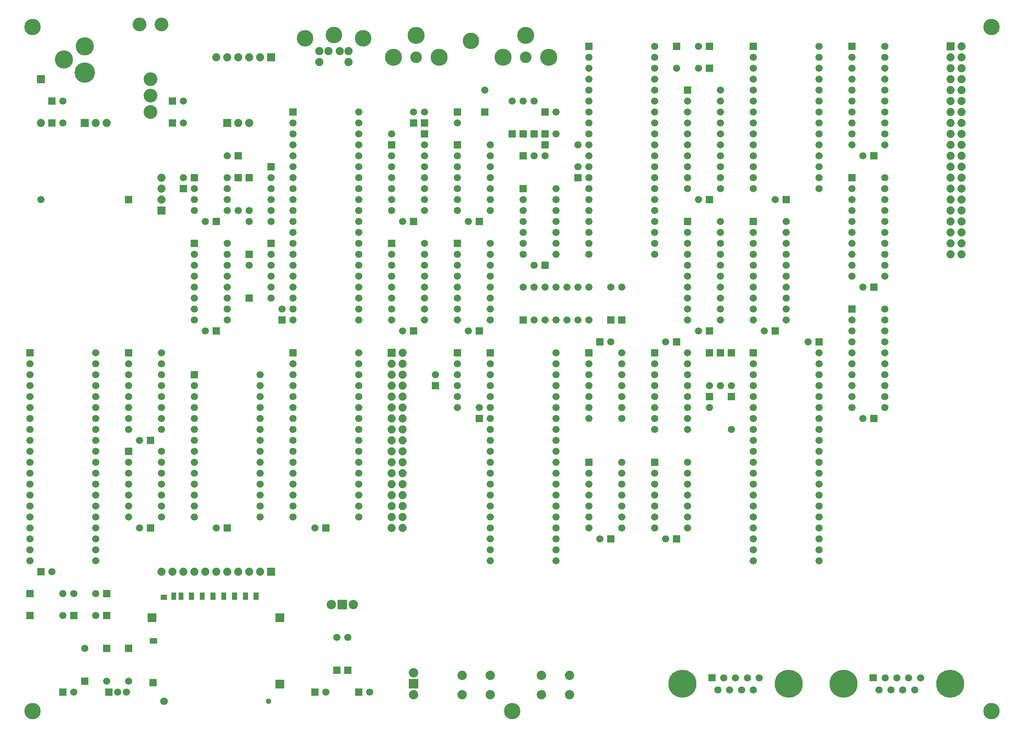
<source format=gbr>
G04 start of page 4 for group -4063 idx -4063 *
G04 Title: Ultim809, componentmask *
G04 Creator: pcb 20091103 *
G04 CreationDate: Tue Apr  5 07:19:05 2011 UTC *
G04 For: matt *
G04 Format: Gerber/RS-274X *
G04 PCB-Dimensions: 900000 650000 *
G04 PCB-Coordinate-Origin: lower left *
%MOIN*%
%FSLAX25Y25*%
%LNFRONTMASK*%
%ADD11C,0.0200*%
%ADD18C,0.1500*%
%ADD36C,0.0709*%
%ADD37C,0.0512*%
%ADD40C,0.0660*%
%ADD41C,0.0740*%
%ADD42C,0.2560*%
%ADD43C,0.1060*%
%ADD44C,0.1560*%
%ADD45C,0.0750*%
%ADD46C,0.1510*%
%ADD47C,0.0860*%
%ADD48C,0.1260*%
%ADD49C,0.1660*%
%ADD50C,0.1860*%
%ADD51R,0.0453X0.0453*%
%ADD52R,0.0473X0.0473*%
G54D11*G36*
X726700Y353300D02*Y346700D01*
X733300D01*
Y353300D01*
X726700D01*
G37*
G54D40*X720000Y350000D03*
X730000Y310000D03*
Y320000D03*
Y330000D03*
Y340000D03*
Y270000D03*
Y280000D03*
Y290000D03*
Y300000D03*
G54D11*G36*
X776700Y283300D02*Y276700D01*
X783300D01*
Y283300D01*
X776700D01*
G37*
G54D40*X770000Y280000D03*
X760000Y300000D03*
Y290000D03*
X790000D03*
Y300000D03*
Y310000D03*
Y320000D03*
Y330000D03*
Y340000D03*
Y350000D03*
X760000D03*
Y340000D03*
Y330000D03*
Y320000D03*
Y310000D03*
X670000Y290000D03*
Y280000D03*
Y270000D03*
Y310000D03*
X630000D03*
X650000D03*
X640000D03*
X670000Y300000D03*
G54D11*G36*
X646700Y303300D02*Y296700D01*
X653300D01*
Y303300D01*
X646700D01*
G37*
G54D40*X610000Y290000D03*
Y300000D03*
Y310000D03*
Y270000D03*
X650000D03*
X610000Y280000D03*
G54D11*G36*
X666700Y343300D02*Y336700D01*
X673300D01*
Y343300D01*
X666700D01*
G37*
G54D40*X670000Y330000D03*
Y320000D03*
X610000D03*
Y330000D03*
Y340000D03*
G54D11*G36*
X626700Y343300D02*Y336700D01*
X633300D01*
Y343300D01*
X626700D01*
G37*
G36*
X636700D02*Y336700D01*
X643300D01*
Y343300D01*
X636700D01*
G37*
G36*
X646700D02*Y336700D01*
X653300D01*
Y343300D01*
X646700D01*
G37*
G54D40*X790000Y420000D03*
Y430000D03*
Y440000D03*
X760000D03*
Y430000D03*
Y420000D03*
Y410000D03*
X790000D03*
G54D11*G36*
X776700Y403300D02*Y396700D01*
X783300D01*
Y403300D01*
X776700D01*
G37*
G54D40*X770000Y400000D03*
X790000Y360000D03*
Y370000D03*
Y380000D03*
G54D11*G36*
X756700Y383300D02*Y376700D01*
X763300D01*
Y383300D01*
X756700D01*
G37*
G54D40*X760000Y370000D03*
Y360000D03*
X790000Y450000D03*
Y460000D03*
Y470000D03*
Y480000D03*
Y490000D03*
X760000D03*
Y480000D03*
G54D41*X850000D03*
G54D40*X760000Y470000D03*
G54D41*X850000D03*
G54D40*X760000Y460000D03*
G54D41*X850000D03*
G54D40*X760000Y450000D03*
G54D41*X850000D03*
Y440000D03*
Y430000D03*
G54D11*G36*
X629000Y46400D02*Y39800D01*
X635600D01*
Y46400D01*
X629000D01*
G37*
G54D40*X637700Y31900D03*
G54D42*X605300Y37500D03*
G54D40*X643100Y43100D03*
X648500Y31900D03*
X653900Y43100D03*
X659300Y31900D03*
X670100D03*
X664700Y43100D03*
X675500D03*
X670000Y170000D03*
Y160000D03*
Y150000D03*
G54D42*X702500Y37500D03*
G54D11*G36*
X776200Y46400D02*Y39800D01*
X782800D01*
Y46400D01*
X776200D01*
G37*
G54D40*X790300Y43100D03*
X784900Y31900D03*
X795700D03*
X801100Y43100D03*
X811900D03*
X822700D03*
X806500Y31900D03*
X817300D03*
G54D42*X849700Y37500D03*
X752500D03*
G54D40*X670000Y210000D03*
Y200000D03*
Y190000D03*
Y180000D03*
Y240000D03*
Y230000D03*
Y220000D03*
X610000Y190000D03*
Y200000D03*
Y210000D03*
Y220000D03*
Y230000D03*
Y240000D03*
Y180000D03*
X730000Y200000D03*
Y210000D03*
Y220000D03*
Y230000D03*
Y240000D03*
Y150000D03*
Y160000D03*
Y170000D03*
Y180000D03*
Y190000D03*
X670000Y260000D03*
Y250000D03*
X730000D03*
Y260000D03*
X610000Y490000D03*
X640000D03*
X670000D03*
X730000D03*
X640000Y430000D03*
Y440000D03*
Y450000D03*
Y460000D03*
G54D11*G36*
X666700Y463300D02*Y456700D01*
X673300D01*
Y463300D01*
X666700D01*
G37*
G54D40*X670000Y450000D03*
Y440000D03*
Y430000D03*
G54D11*G36*
X606700Y463300D02*Y456700D01*
X613300D01*
Y463300D01*
X606700D01*
G37*
G54D40*X610000Y450000D03*
Y440000D03*
Y430000D03*
X640000Y370000D03*
Y380000D03*
Y390000D03*
Y400000D03*
Y410000D03*
Y420000D03*
X610000Y380000D03*
Y370000D03*
Y420000D03*
Y410000D03*
Y400000D03*
Y390000D03*
X700000Y370000D03*
Y380000D03*
Y390000D03*
Y400000D03*
Y410000D03*
Y420000D03*
X670000Y380000D03*
Y370000D03*
Y420000D03*
Y410000D03*
Y400000D03*
Y390000D03*
X700000Y430000D03*
Y440000D03*
Y450000D03*
Y460000D03*
G54D11*G36*
X421700Y563300D02*Y556700D01*
X428300D01*
Y563300D01*
X421700D01*
G37*
G54D43*X462500Y610000D03*
G54D44*X441600D03*
X483400D03*
G54D40*X470000Y570000D03*
X460000D03*
X425000Y580000D03*
X450000Y570000D03*
G54D44*X462500Y630000D03*
G54D11*G36*
X456700Y543300D02*Y536700D01*
X463300D01*
Y543300D01*
X456700D01*
G37*
G36*
Y523300D02*Y516700D01*
X463300D01*
Y523300D01*
X456700D01*
G37*
G54D40*X490000Y540000D03*
X430000Y520000D03*
Y530000D03*
G54D11*G36*
X446700Y543300D02*Y536700D01*
X453300D01*
Y543300D01*
X446700D01*
G37*
G36*
X476700D02*Y536700D01*
X483300D01*
Y543300D01*
X476700D01*
G37*
G36*
X466700D02*Y536700D01*
X473300D01*
Y543300D01*
X466700D01*
G37*
G36*
X476700Y533300D02*Y526700D01*
X483300D01*
Y533300D01*
X476700D01*
G37*
G54D40*X470000Y520000D03*
X480000D03*
G54D11*G36*
X356700Y363300D02*Y356700D01*
X363300D01*
Y363300D01*
X356700D01*
G37*
G54D40*X350000Y360000D03*
X340000Y370000D03*
X370000D03*
X310000D03*
Y380000D03*
Y390000D03*
Y400000D03*
Y410000D03*
Y420000D03*
X340000Y470000D03*
G54D11*G36*
X336700Y443300D02*Y436700D01*
X343300D01*
Y443300D01*
X336700D01*
G37*
G54D40*X340000Y430000D03*
X310000Y450000D03*
Y460000D03*
Y470000D03*
Y430000D03*
Y440000D03*
X370000Y380000D03*
Y390000D03*
Y400000D03*
X340000Y390000D03*
Y380000D03*
Y410000D03*
Y400000D03*
X370000Y470000D03*
X340000Y420000D03*
X370000Y410000D03*
Y420000D03*
Y430000D03*
Y440000D03*
G54D11*G36*
X356700Y463300D02*Y456700D01*
X363300D01*
Y463300D01*
X356700D01*
G37*
G54D40*X370000Y510000D03*
Y520000D03*
Y530000D03*
G54D11*G36*
X366700Y553300D02*Y546700D01*
X373300D01*
Y553300D01*
X366700D01*
G37*
G36*
Y543300D02*Y536700D01*
X373300D01*
Y543300D01*
X366700D01*
G37*
G54D40*X370000Y560000D03*
Y480000D03*
Y490000D03*
Y500000D03*
G54D11*G36*
X356700Y553300D02*Y546700D01*
X363300D01*
Y553300D01*
X356700D01*
G37*
G54D40*X360000Y560000D03*
X400000Y500000D03*
Y490000D03*
Y480000D03*
Y470000D03*
G54D11*G36*
X396700Y533300D02*Y526700D01*
X403300D01*
Y533300D01*
X396700D01*
G37*
G54D40*X400000Y550000D03*
Y520000D03*
Y510000D03*
G54D11*G36*
X396700Y563300D02*Y556700D01*
X403300D01*
Y563300D01*
X396700D01*
G37*
G54D44*X362500Y630000D03*
G54D43*Y610000D03*
G54D44*X341600D03*
X383400D03*
G54D45*X282382Y615472D03*
X292618D03*
X300886D03*
G54D46*X314075Y627283D03*
G54D45*X300886Y605630D03*
G54D40*X350000Y460000D03*
G54D11*G36*
X336700Y533300D02*Y526700D01*
X343300D01*
Y533300D01*
X336700D01*
G37*
G54D40*X340000Y520000D03*
Y510000D03*
X310000Y520000D03*
Y530000D03*
Y540000D03*
Y550000D03*
Y560000D03*
Y510000D03*
X340000Y540000D03*
Y500000D03*
Y490000D03*
Y480000D03*
X310000D03*
Y490000D03*
Y500000D03*
X410000Y360000D03*
X400000Y370000D03*
X430000D03*
G54D11*G36*
X476700Y423300D02*Y416700D01*
X483300D01*
Y423300D01*
X476700D01*
G37*
G54D40*X470000Y420000D03*
X500000Y400000D03*
X490000D03*
X480000D03*
X470000D03*
X460000D03*
X480000Y370000D03*
X490000D03*
X500000D03*
G54D11*G36*
X456700Y373300D02*Y366700D01*
X463300D01*
Y373300D01*
X456700D01*
G37*
G54D40*X470000Y370000D03*
X430000Y380000D03*
Y390000D03*
Y400000D03*
Y410000D03*
Y420000D03*
X400000D03*
Y410000D03*
Y400000D03*
Y390000D03*
Y380000D03*
G54D11*G36*
X416700Y463300D02*Y456700D01*
X423300D01*
Y463300D01*
X416700D01*
G37*
G54D40*X410000Y460000D03*
X430000Y470000D03*
Y480000D03*
Y490000D03*
Y500000D03*
Y510000D03*
X460000Y440000D03*
Y430000D03*
X490000D03*
Y440000D03*
X430000Y430000D03*
Y440000D03*
X490000Y450000D03*
Y460000D03*
Y470000D03*
Y480000D03*
Y490000D03*
G54D11*G36*
X456700Y493300D02*Y486700D01*
X463300D01*
Y493300D01*
X456700D01*
G37*
G54D40*X460000Y480000D03*
Y470000D03*
Y460000D03*
Y450000D03*
G54D11*G36*
X396700Y443300D02*Y436700D01*
X403300D01*
Y443300D01*
X396700D01*
G37*
G54D40*X400000Y430000D03*
X760000Y580000D03*
Y570000D03*
Y560000D03*
Y550000D03*
Y540000D03*
Y530000D03*
G54D11*G36*
X756700Y623300D02*Y616700D01*
X763300D01*
Y623300D01*
X756700D01*
G37*
G54D40*X760000Y610000D03*
Y600000D03*
Y590000D03*
G54D11*G36*
X756700Y503300D02*Y496700D01*
X763300D01*
Y503300D01*
X756700D01*
G37*
G54D40*X670000Y570000D03*
Y560000D03*
Y550000D03*
G54D11*G36*
X666700Y623300D02*Y616700D01*
X673300D01*
Y623300D01*
X666700D01*
G37*
G54D40*X670000Y610000D03*
Y600000D03*
Y590000D03*
Y580000D03*
X730000Y550000D03*
Y560000D03*
Y570000D03*
Y500000D03*
Y510000D03*
Y520000D03*
Y530000D03*
Y540000D03*
X670000D03*
Y530000D03*
Y520000D03*
Y510000D03*
Y500000D03*
X730000Y580000D03*
Y590000D03*
Y600000D03*
Y610000D03*
Y620000D03*
G54D11*G36*
X776700Y523300D02*Y516700D01*
X783300D01*
Y523300D01*
X776700D01*
G37*
G54D40*X770000Y520000D03*
X790000Y530000D03*
Y540000D03*
Y550000D03*
Y560000D03*
Y570000D03*
Y500000D03*
G54D11*G36*
X516700Y623300D02*Y616700D01*
X523300D01*
Y623300D01*
X516700D01*
G37*
G54D40*X520000Y610000D03*
Y600000D03*
Y590000D03*
Y580000D03*
Y570000D03*
G54D11*G36*
X476700Y563300D02*Y556700D01*
X483300D01*
Y563300D01*
X476700D01*
G37*
G54D40*X490000Y560000D03*
G54D11*G36*
X506700Y503300D02*Y496700D01*
X513300D01*
Y503300D01*
X506700D01*
G37*
G54D40*X510000Y510000D03*
Y530000D03*
X520000Y540000D03*
Y530000D03*
Y520000D03*
Y510000D03*
Y500000D03*
Y560000D03*
Y550000D03*
X580000D03*
Y560000D03*
Y570000D03*
Y580000D03*
Y590000D03*
Y500000D03*
Y510000D03*
Y520000D03*
Y530000D03*
Y540000D03*
G54D11*G36*
X626700Y603300D02*Y596700D01*
X633300D01*
Y603300D01*
X626700D01*
G37*
G54D40*X620000Y600000D03*
X600000D03*
G54D11*G36*
X626700Y623300D02*Y616700D01*
X633300D01*
Y623300D01*
X626700D01*
G37*
G54D40*X620000Y620000D03*
G54D11*G36*
X596700Y623300D02*Y616700D01*
X603300D01*
Y623300D01*
X596700D01*
G37*
G54D40*X580000Y600000D03*
Y610000D03*
Y620000D03*
X640000Y530000D03*
Y540000D03*
Y550000D03*
Y560000D03*
Y570000D03*
Y580000D03*
X610000Y540000D03*
Y530000D03*
G54D11*G36*
X606700Y583300D02*Y576700D01*
X613300D01*
Y583300D01*
X606700D01*
G37*
G54D40*X610000Y570000D03*
Y560000D03*
Y550000D03*
Y520000D03*
Y510000D03*
Y500000D03*
X640000D03*
Y510000D03*
Y520000D03*
X540000Y400000D03*
X550000D03*
X510000Y370000D03*
X520000D03*
Y400000D03*
X510000D03*
G54D11*G36*
X536700Y373300D02*Y366700D01*
X543300D01*
Y373300D01*
X536700D01*
G37*
G36*
X546700D02*Y366700D01*
X553300D01*
Y373300D01*
X546700D01*
G37*
G36*
X626700Y483300D02*Y476700D01*
X633300D01*
Y483300D01*
X626700D01*
G37*
G54D40*X620000Y480000D03*
X520000Y440000D03*
Y430000D03*
Y490000D03*
Y480000D03*
Y470000D03*
Y460000D03*
Y450000D03*
X580000Y480000D03*
Y490000D03*
Y430000D03*
Y440000D03*
Y450000D03*
Y460000D03*
Y470000D03*
G54D11*G36*
X686700Y363300D02*Y356700D01*
X693300D01*
Y363300D01*
X686700D01*
G37*
G54D40*X680000Y360000D03*
G54D11*G36*
X696700Y483300D02*Y476700D01*
X703300D01*
Y483300D01*
X696700D01*
G37*
G54D40*X690000Y480000D03*
X790000Y580000D03*
Y590000D03*
Y600000D03*
Y610000D03*
Y620000D03*
G54D41*X860000Y480000D03*
Y470000D03*
Y460000D03*
Y450000D03*
Y440000D03*
Y430000D03*
Y600000D03*
Y590000D03*
X850000Y600000D03*
Y590000D03*
G54D11*G36*
X846300Y623700D02*Y616300D01*
X853700D01*
Y623700D01*
X846300D01*
G37*
G54D41*X860000Y620000D03*
X850000Y610000D03*
X860000D03*
X850000Y560000D03*
Y550000D03*
Y540000D03*
Y530000D03*
Y520000D03*
X860000Y560000D03*
Y550000D03*
Y540000D03*
Y530000D03*
Y520000D03*
X850000Y580000D03*
X860000D03*
X850000Y570000D03*
X860000D03*
X850000Y510000D03*
X860000D03*
X850000Y500000D03*
X860000D03*
X850000Y490000D03*
X860000D03*
G54D11*G36*
X626700Y303300D02*Y296700D01*
X633300D01*
Y303300D01*
X626700D01*
G37*
G54D40*X630000Y290000D03*
X580000Y310000D03*
Y300000D03*
Y290000D03*
Y280000D03*
Y270000D03*
Y330000D03*
Y320000D03*
G54D11*G36*
X596700Y353300D02*Y346700D01*
X603300D01*
Y353300D01*
X596700D01*
G37*
G54D40*X590000Y350000D03*
X620000Y360000D03*
X550000Y340000D03*
G54D11*G36*
X576700Y343300D02*Y336700D01*
X583300D01*
Y343300D01*
X576700D01*
G37*
G36*
X526700Y353300D02*Y346700D01*
X533300D01*
Y353300D01*
X526700D01*
G37*
G54D40*X540000Y350000D03*
X520000Y320000D03*
Y310000D03*
Y300000D03*
Y290000D03*
Y280000D03*
G54D11*G36*
X516700Y343300D02*Y336700D01*
X523300D01*
Y343300D01*
X516700D01*
G37*
G54D40*X520000Y330000D03*
X550000Y280000D03*
Y290000D03*
Y300000D03*
Y310000D03*
Y320000D03*
Y330000D03*
G54D11*G36*
X416700Y363300D02*Y356700D01*
X423300D01*
Y363300D01*
X416700D01*
G37*
G36*
X626700D02*Y356700D01*
X633300D01*
Y363300D01*
X626700D01*
G37*
G54D40*X550000Y220000D03*
Y230000D03*
Y240000D03*
G54D11*G36*
X516700Y243300D02*Y236700D01*
X523300D01*
Y243300D01*
X516700D01*
G37*
G54D40*X520000Y230000D03*
Y220000D03*
X580000Y230000D03*
Y220000D03*
G54D11*G36*
X576700Y243300D02*Y236700D01*
X583300D01*
Y243300D01*
X576700D01*
G37*
G36*
X596700Y173300D02*Y166700D01*
X603300D01*
Y173300D01*
X596700D01*
G37*
G54D40*X590000Y170000D03*
X580000Y210000D03*
Y200000D03*
Y190000D03*
Y180000D03*
G54D11*G36*
X536700Y173300D02*Y166700D01*
X543300D01*
Y173300D01*
X536700D01*
G37*
G54D40*X530000Y170000D03*
X550000Y180000D03*
Y190000D03*
Y200000D03*
Y210000D03*
X520000D03*
Y200000D03*
Y190000D03*
Y180000D03*
X310000Y240000D03*
Y250000D03*
Y260000D03*
Y190000D03*
Y200000D03*
Y210000D03*
Y220000D03*
Y230000D03*
G54D11*G36*
X286700Y53300D02*Y46700D01*
X293300D01*
Y53300D01*
X286700D01*
G37*
G54D40*X290000Y80000D03*
G54D11*G36*
X296700Y53300D02*Y46700D01*
X303300D01*
Y53300D01*
X296700D01*
G37*
G54D40*X300000Y80000D03*
X280000Y30000D03*
G54D11*G36*
X306700Y33300D02*Y26700D01*
X313300D01*
Y33300D01*
X306700D01*
G37*
G54D40*X320000Y30000D03*
G54D11*G36*
X355700Y41800D02*Y33200D01*
X364300D01*
Y41800D01*
X355700D01*
G37*
G54D47*X360000Y47500D03*
G54D11*G36*
X290700Y114300D02*Y105700D01*
X299300D01*
Y114300D01*
X290700D01*
G37*
G54D47*X305000Y110000D03*
X285000D03*
G54D11*G36*
X416700Y283300D02*Y276700D01*
X423300D01*
Y283300D01*
X416700D01*
G37*
G54D40*X420000Y290000D03*
G54D47*X404409Y45217D03*
X430000D03*
G54D11*G36*
X426700Y343300D02*Y336700D01*
X433300D01*
Y343300D01*
X426700D01*
G37*
G54D40*X430000Y330000D03*
Y320000D03*
Y310000D03*
Y300000D03*
Y290000D03*
Y280000D03*
Y250000D03*
Y240000D03*
Y230000D03*
Y220000D03*
Y210000D03*
Y200000D03*
Y190000D03*
Y180000D03*
Y170000D03*
Y160000D03*
Y150000D03*
X490000Y200000D03*
Y210000D03*
Y220000D03*
Y150000D03*
G54D47*X502500Y27500D03*
X476909D03*
Y45217D03*
X502500D03*
G54D40*X490000Y160000D03*
Y170000D03*
Y180000D03*
Y190000D03*
X430000Y270000D03*
Y260000D03*
X490000Y320000D03*
Y330000D03*
Y340000D03*
Y270000D03*
Y280000D03*
Y290000D03*
Y300000D03*
Y310000D03*
Y230000D03*
Y240000D03*
Y250000D03*
Y260000D03*
X310000Y310000D03*
Y320000D03*
Y330000D03*
Y340000D03*
Y270000D03*
Y280000D03*
Y290000D03*
Y300000D03*
G54D11*G36*
X336300Y343700D02*Y336300D01*
X343700D01*
Y343700D01*
X336300D01*
G37*
G54D41*X340000Y330000D03*
Y320000D03*
X350000Y340000D03*
Y330000D03*
Y320000D03*
Y310000D03*
Y300000D03*
Y290000D03*
X340000Y310000D03*
Y300000D03*
Y290000D03*
Y280000D03*
X350000D03*
X340000Y270000D03*
Y260000D03*
Y250000D03*
X350000Y270000D03*
Y260000D03*
Y250000D03*
Y240000D03*
Y230000D03*
Y220000D03*
X340000Y240000D03*
Y230000D03*
Y220000D03*
Y210000D03*
X350000D03*
Y200000D03*
Y190000D03*
Y180000D03*
X340000Y200000D03*
Y190000D03*
Y180000D03*
G54D40*X70000Y320000D03*
Y330000D03*
Y340000D03*
G54D11*G36*
X6700Y343300D02*Y336700D01*
X13300D01*
Y343300D01*
X6700D01*
G37*
G54D40*X10000Y330000D03*
Y320000D03*
Y310000D03*
X70000D03*
X130000Y300000D03*
Y310000D03*
Y320000D03*
Y330000D03*
Y340000D03*
G54D11*G36*
X96700Y343300D02*Y336700D01*
X103300D01*
Y343300D01*
X96700D01*
G37*
G54D40*X100000Y330000D03*
Y320000D03*
Y310000D03*
Y300000D03*
G54D11*G36*
X116700Y263300D02*Y256700D01*
X123300D01*
Y263300D01*
X116700D01*
G37*
G54D40*X110000Y260000D03*
X130000Y280000D03*
Y290000D03*
X100000D03*
Y280000D03*
Y270000D03*
X130000D03*
X70000Y260000D03*
Y270000D03*
Y280000D03*
Y290000D03*
Y300000D03*
X10000D03*
Y290000D03*
Y280000D03*
Y270000D03*
Y260000D03*
G54D11*G36*
X16700Y143300D02*Y136700D01*
X23300D01*
Y143300D01*
X16700D01*
G37*
G54D40*X30000Y140000D03*
G54D11*G36*
X46700Y103300D02*Y96700D01*
X53300D01*
Y103300D01*
X46700D01*
G37*
G54D40*X50000Y120000D03*
G54D11*G36*
X76700Y103300D02*Y96700D01*
X83300D01*
Y103300D01*
X76700D01*
G37*
G54D40*X70000Y100000D03*
G54D11*G36*
X76700Y123300D02*Y116700D01*
X83300D01*
Y123300D01*
X76700D01*
G37*
G54D40*X70000Y120000D03*
G54D11*G36*
X6700Y103300D02*Y96700D01*
X13300D01*
Y103300D01*
X6700D01*
G37*
G54D40*X40000Y100000D03*
Y120000D03*
G54D11*G36*
X6700Y123300D02*Y116700D01*
X13300D01*
Y123300D01*
X6700D01*
G37*
G54D36*X132363Y21653D03*
G54D37*X227637D03*
G54D40*X60000Y70000D03*
G54D11*G36*
X76700Y73300D02*Y66700D01*
X83300D01*
Y73300D01*
X76700D01*
G37*
G36*
X56700Y43300D02*Y36700D01*
X63300D01*
Y43300D01*
X56700D01*
G37*
G54D40*X80000Y40000D03*
G54D11*G36*
X36700Y33300D02*Y26700D01*
X43300D01*
Y33300D01*
X36700D01*
G37*
G54D40*X50000Y30000D03*
G54D11*G36*
X78700Y33300D02*Y26700D01*
X85300D01*
Y33300D01*
X78700D01*
G37*
G54D40*X90000Y30000D03*
X98000D03*
G54D11*G36*
X96700Y73300D02*Y66700D01*
X103300D01*
Y73300D01*
X96700D01*
G37*
G54D40*X100000Y40000D03*
G54D41*X180000Y140000D03*
X170000D03*
X160000D03*
X150000D03*
X140000D03*
X130000D03*
G54D11*G36*
X226300Y143700D02*Y136300D01*
X233700D01*
Y143700D01*
X226300D01*
G37*
G54D41*X220000Y140000D03*
X210000D03*
X200000D03*
X190000D03*
G54D40*X220000Y260000D03*
Y270000D03*
Y280000D03*
Y290000D03*
X250000Y280000D03*
Y270000D03*
Y260000D03*
Y290000D03*
X160000Y270000D03*
Y260000D03*
G54D11*G36*
X156700Y323300D02*Y316700D01*
X163300D01*
Y323300D01*
X156700D01*
G37*
G54D40*X160000Y310000D03*
Y300000D03*
Y290000D03*
Y280000D03*
X220000Y300000D03*
Y310000D03*
Y320000D03*
X250000D03*
Y310000D03*
Y300000D03*
X10000Y200000D03*
Y190000D03*
Y180000D03*
Y170000D03*
Y160000D03*
Y150000D03*
Y250000D03*
Y240000D03*
Y230000D03*
Y220000D03*
Y210000D03*
X70000Y150000D03*
Y160000D03*
Y170000D03*
Y180000D03*
X100000Y240000D03*
Y230000D03*
Y220000D03*
Y210000D03*
Y200000D03*
Y190000D03*
G54D11*G36*
X96700Y253300D02*Y246700D01*
X103300D01*
Y253300D01*
X96700D01*
G37*
G54D40*X70000Y220000D03*
Y230000D03*
Y240000D03*
Y250000D03*
Y190000D03*
Y200000D03*
Y210000D03*
G54D11*G36*
X186700Y183300D02*Y176700D01*
X193300D01*
Y183300D01*
X186700D01*
G37*
G54D40*X180000Y180000D03*
X130000Y190000D03*
X160000D03*
G54D11*G36*
X116700Y183300D02*Y176700D01*
X123300D01*
Y183300D01*
X116700D01*
G37*
G54D40*X110000Y180000D03*
X130000Y200000D03*
X160000D03*
X130000Y210000D03*
X160000D03*
X130000Y220000D03*
X160000D03*
X130000Y230000D03*
X160000D03*
X130000Y240000D03*
Y250000D03*
X160000D03*
Y240000D03*
X220000Y230000D03*
Y240000D03*
Y250000D03*
Y190000D03*
Y200000D03*
Y210000D03*
Y220000D03*
X250000D03*
Y210000D03*
Y200000D03*
Y190000D03*
G54D11*G36*
X246700Y343300D02*Y336700D01*
X253300D01*
Y343300D01*
X246700D01*
G37*
G54D40*X250000Y330000D03*
Y250000D03*
Y240000D03*
Y230000D03*
G54D11*G36*
X96700Y483300D02*Y476700D01*
X103300D01*
Y483300D01*
X96700D01*
G37*
G54D40*X20000Y480000D03*
G54D11*G36*
X226300Y613700D02*Y606300D01*
X233700D01*
Y613700D01*
X226300D01*
G37*
G54D41*X220000Y610000D03*
G54D45*X274114Y615472D03*
Y605630D03*
G54D46*X260925Y627283D03*
X287500Y630433D03*
G54D11*G36*
X136700Y553300D02*Y546700D01*
X143300D01*
Y553300D01*
X136700D01*
G37*
G54D40*X150000Y550000D03*
G54D48*X120000Y590000D03*
Y575000D03*
Y560000D03*
X130000Y640000D03*
X110000D03*
G54D49*X41000Y608000D03*
X60000Y620000D03*
G54D50*Y596000D03*
G54D11*G36*
X26700Y553300D02*Y546700D01*
X33300D01*
Y553300D01*
X26700D01*
G37*
G54D40*X40000Y550000D03*
G54D11*G36*
X26700Y573300D02*Y566700D01*
X33300D01*
Y573300D01*
X26700D01*
G37*
G54D40*X40000Y570000D03*
G54D11*G36*
X186300Y553700D02*Y546300D01*
X193700D01*
Y553700D01*
X186300D01*
G37*
G54D41*X200000Y550000D03*
X210000D03*
G54D11*G36*
X56300Y553700D02*Y546300D01*
X63700D01*
Y553700D01*
X56300D01*
G37*
G54D41*X70000Y550000D03*
X80000D03*
G54D11*G36*
X136700Y573300D02*Y566700D01*
X143300D01*
Y573300D01*
X136700D01*
G37*
G54D40*X150000Y570000D03*
G54D41*X210000Y610000D03*
X200000D03*
X190000D03*
X180000D03*
G54D11*G36*
X16300Y593700D02*Y586300D01*
X23700D01*
Y593700D01*
X16300D01*
G37*
G54D41*X20000Y550000D03*
G54D40*X230000Y480000D03*
X190000D03*
Y490000D03*
Y500000D03*
G54D11*G36*
X156700Y503300D02*Y496700D01*
X163300D01*
Y503300D01*
X156700D01*
G37*
G54D41*X130000Y500000D03*
G54D40*X160000Y490000D03*
G54D41*X130000D03*
G54D40*X160000Y480000D03*
G54D11*G36*
X126300Y473700D02*Y466300D01*
X133700D01*
Y473700D01*
X126300D01*
G37*
G54D41*X130000Y480000D03*
G54D11*G36*
X196700Y503300D02*Y496700D01*
X203300D01*
Y503300D01*
X196700D01*
G37*
G54D40*X200000Y470000D03*
G54D11*G36*
X206700Y503300D02*Y496700D01*
X213300D01*
Y503300D01*
X206700D01*
G37*
G54D40*X210000Y470000D03*
G54D11*G36*
X146700Y493300D02*Y486700D01*
X153300D01*
Y493300D01*
X146700D01*
G37*
G54D40*X150000Y500000D03*
G54D11*G36*
X196700Y523300D02*Y516700D01*
X203300D01*
Y523300D01*
X196700D01*
G37*
G36*
X176700Y463300D02*Y456700D01*
X183300D01*
Y463300D01*
X176700D01*
G37*
G54D40*X190000Y520000D03*
Y470000D03*
X170000Y460000D03*
X210000D03*
X160000Y470000D03*
G54D11*G36*
X246700Y563300D02*Y556700D01*
X253300D01*
Y563300D01*
X246700D01*
G37*
G54D40*X250000Y550000D03*
Y540000D03*
Y530000D03*
Y520000D03*
G54D11*G36*
X226700Y513300D02*Y506700D01*
X233300D01*
Y513300D01*
X226700D01*
G37*
G54D40*X230000Y500000D03*
Y490000D03*
X250000Y480000D03*
Y470000D03*
Y460000D03*
Y510000D03*
Y500000D03*
Y490000D03*
G54D11*G36*
X206700Y393300D02*Y386700D01*
X213300D01*
Y393300D01*
X206700D01*
G37*
G54D40*X210000Y420000D03*
G54D11*G36*
X206700Y433300D02*Y426700D01*
X213300D01*
Y433300D01*
X206700D01*
G37*
G36*
X236700Y373300D02*Y366700D01*
X243300D01*
Y373300D01*
X236700D01*
G37*
G54D40*X240000Y380000D03*
X230000Y470000D03*
Y460000D03*
G54D11*G36*
X226700Y443300D02*Y436700D01*
X233300D01*
Y443300D01*
X226700D01*
G37*
G54D40*X230000Y430000D03*
Y420000D03*
Y410000D03*
Y400000D03*
Y390000D03*
X250000Y400000D03*
Y390000D03*
Y380000D03*
Y370000D03*
Y450000D03*
Y440000D03*
Y430000D03*
Y420000D03*
Y410000D03*
G54D11*G36*
X176700Y363300D02*Y356700D01*
X183300D01*
Y363300D01*
X176700D01*
G37*
G54D40*X170000Y360000D03*
X160000Y390000D03*
Y380000D03*
Y370000D03*
G54D11*G36*
X156700Y443300D02*Y436700D01*
X163300D01*
Y443300D01*
X156700D01*
G37*
G54D40*X160000Y430000D03*
Y420000D03*
Y410000D03*
Y400000D03*
X190000Y420000D03*
Y430000D03*
Y440000D03*
Y370000D03*
Y380000D03*
Y390000D03*
Y400000D03*
Y410000D03*
G54D47*X360000Y27500D03*
X430000D03*
X404409D03*
G54D40*X270000Y180000D03*
G54D11*G36*
X266700Y33300D02*Y26700D01*
X273300D01*
Y33300D01*
X266700D01*
G37*
G36*
X276700Y183300D02*Y176700D01*
X283300D01*
Y183300D01*
X276700D01*
G37*
G36*
X376700Y313300D02*Y306700D01*
X383300D01*
Y313300D01*
X376700D01*
G37*
G54D40*X380000Y320000D03*
G54D11*G36*
X396700Y343300D02*Y336700D01*
X403300D01*
Y343300D01*
X396700D01*
G37*
G54D40*X400000Y330000D03*
Y320000D03*
Y310000D03*
Y300000D03*
Y290000D03*
G54D18*X12500Y637500D03*
X412500Y625000D03*
X887500Y12500D03*
Y637500D03*
X12500Y12500D03*
X450000D03*
G54D51*X186968Y118602D02*Y116594D01*
X177126Y118602D02*Y116594D01*
X167284Y118602D02*Y116594D01*
X157441Y118602D02*Y116594D01*
X216496Y118602D02*Y116594D01*
X206653Y118602D02*Y116594D01*
X196811Y118602D02*Y116594D01*
X147914Y118602D02*Y116594D01*
X141221Y118602D02*Y116594D01*
G54D52*X131752Y116692D02*X132737D01*
G54D11*G36*
X117517Y101971D02*Y94091D01*
X125397D01*
Y101971D01*
X117517D01*
G37*
G54D52*X121733Y76771D02*X123701D01*
G54D11*G36*
X119171Y42049D02*Y35350D01*
X125870D01*
Y42049D01*
X119171D01*
G37*
G36*
X234130Y101971D02*Y94091D01*
X242010D01*
Y101971D01*
X234130D01*
G37*
G36*
Y41144D02*Y33264D01*
X242010D01*
Y41144D01*
X234130D01*
G37*
M02*

</source>
